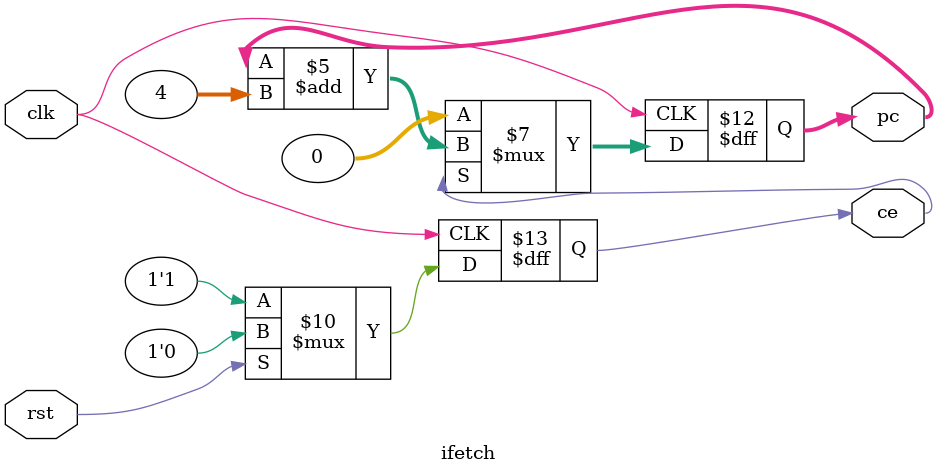
<source format=v>
`timescale 1ns / 1ps

module ifetch(
        input wire rst,
        input wire clk,
        output reg[31:0] pc,
        output reg ce
    );

always @(posedge clk)
begin
    if (rst == 1'b1)
        begin
            ce <= 1'b0;
        end
    else
        begin
            ce <= 1'b1;
        end
end

always @(posedge clk)
begin
    if (ce == 1'b0)
        begin
            pc <= 32'h0;
        end
    else
        begin
            pc <= pc + 4;
        end
end

endmodule

</source>
